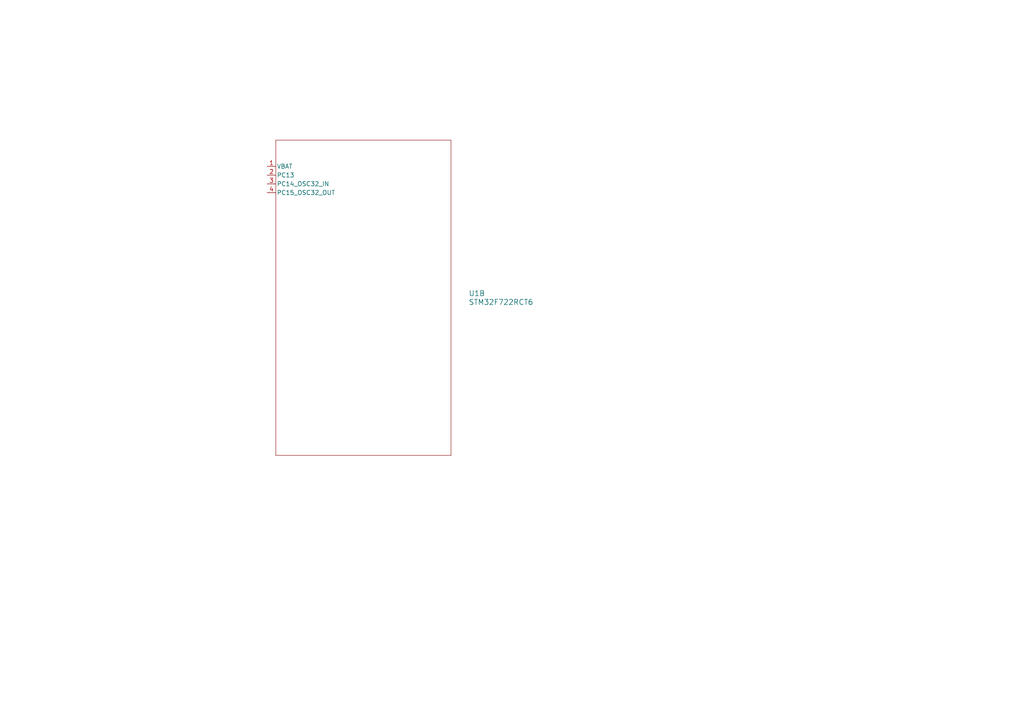
<source format=kicad_sch>
(kicad_sch (version 20250114) (generator "eeschema") (generator_version "9.0")
  (paper "A4")
  (lib_symbols
    (symbol "2025-11-01_17-11-34:STM32F722RCT6" (pin_names (offset 0.254))
      (property "Reference" "U1" (at 63.5 -39.3699 0))
      (property "Value" "STM32F722RCT6" (at 63.5 -41.9099 0))
      (symbol "STM32F722RCT6_1_1"
        (polyline (pts (xy 7.62 5.08) (xy 7.62 -22.86)) (stroke (width 0.127)))
        (polyline (pts (xy 7.62 -22.86) (xy 33.02 -22.86)) (stroke (width 0.127)))
        (polyline (pts (xy 33.02 5.08) (xy 7.62 5.08)) (stroke (width 0.127)))
        (polyline (pts (xy 33.02 -22.86) (xy 33.02 5.08)) (stroke (width 0.127)))
      )
      (symbol "STM32F722RCT6_2_1"
        (polyline (pts (xy 7.62 5.08) (xy 7.62 -86.36)) (stroke (width 0.127)))
        (polyline (pts (xy 7.62 -86.36) (xy 58.42 -86.36)) (stroke (width 0.127)))
        (polyline (pts (xy 58.42 5.08) (xy 7.62 5.08)) (stroke (width 0.127)))
        (polyline (pts (xy 58.42 -86.36) (xy 58.42 5.08)) (stroke (width 0.127)))
        (pin power_in line (at 5.08 -2.54 0) (length 2.54) (name "VBAT") (number "1"))
        (pin input line (at 5.08 -5.08 0) (length 2.54) (name "PC13") (number "2"))
        (pin input line (at 5.08 -7.62 0) (length 2.54) (name "PC14_OSC32_IN") (number "3"))
        (pin output line (at 5.08 -10.16 0) (length 2.54) (name "PC15_OSC32_OUT") (number "4"))
      )
    )
  )
  (symbol (lib_id "2025-11-01_17-11-34:STM32F722RCT6") (at 72.39 45.72 0) (unit 2)
    (property "Reference" "U1" (at 135.89 85.0899 0) (effects (font (size 1.524 1.524)) (justify left)))
    (property "Value" "STM32F722RCT6" (at 135.89 87.6299 0) (effects (font (size 1.524 1.524)) (justify left)))
    (property "Footprint" "LQFP64-10x10mm" (effects (hide yes)))
    (property "Datasheet" "https://www.st.com/resource/en/datasheet/stm32f722ic.pdf" (effects (hide yes)))
  )
)
</source>
